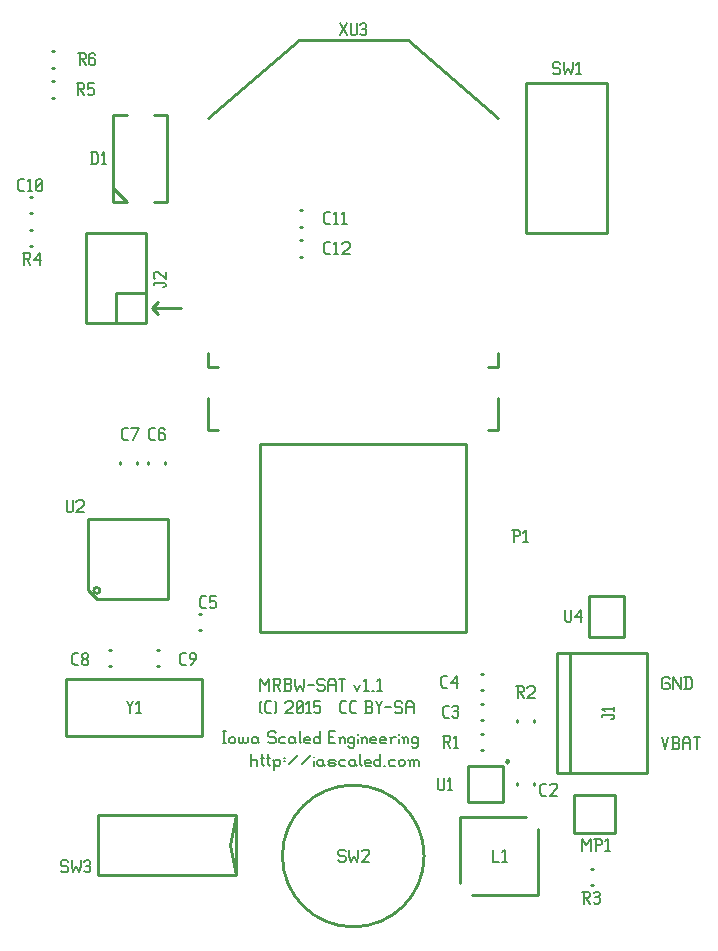
<source format=gbr>
G04 start of page 9 for group -4079 idx -4079 *
G04 Title: (unknown), topsilk *
G04 Creator: pcb 20110918 *
G04 CreationDate: Thu 09 Jul 2015 02:06:34 AM GMT UTC *
G04 For: petersen *
G04 Format: Gerber/RS-274X *
G04 PCB-Dimensions: 269500 307800 *
G04 PCB-Coordinate-Origin: lower left *
%MOIN*%
%FSLAX25Y25*%
%LNTOPSILK*%
%ADD95C,0.0080*%
%ADD94C,0.0100*%
G54D94*X68000Y207800D02*X77500D01*
X68000D02*X70000Y209800D01*
X68000Y207800D02*X70000Y205800D01*
G54D95*X238000Y64800D02*X239000Y60800D01*
X240000Y64800D01*
X241200Y60800D02*X243200D01*
X243700Y61300D01*
Y62500D02*Y61300D01*
X243200Y63000D02*X243700Y62500D01*
X241700Y63000D02*X243200D01*
X241700Y64800D02*Y60800D01*
X241200Y64800D02*X243200D01*
X243700Y64300D01*
Y63500D01*
X243200Y63000D02*X243700Y63500D01*
X244900Y63800D02*Y60800D01*
Y63800D02*X245600Y64800D01*
X246700D01*
X247400Y63800D01*
Y60800D01*
X244900Y62800D02*X247400D01*
X248600Y64800D02*X250600D01*
X249600D02*Y60800D01*
X240000Y84800D02*X240500Y84300D01*
X238500Y84800D02*X240000D01*
X238000Y84300D02*X238500Y84800D01*
X238000Y84300D02*Y81300D01*
X238500Y80800D01*
X240000D01*
X240500Y81300D01*
Y82300D02*Y81300D01*
X240000Y82800D02*X240500Y82300D01*
X239000Y82800D02*X240000D01*
X241700Y84800D02*Y80800D01*
Y84800D02*X244200Y80800D01*
Y84800D02*Y80800D01*
X245900Y84800D02*Y80800D01*
X247200Y84800D02*X247900Y84100D01*
Y81500D01*
X247200Y80800D02*X247900Y81500D01*
X245400Y80800D02*X247200D01*
X245400Y84800D02*X247200D01*
X104000Y84300D02*Y80300D01*
Y84300D02*X105500Y82300D01*
X107000Y84300D01*
Y80300D01*
X108200Y84300D02*X110200D01*
X110700Y83800D01*
Y82800D01*
X110200Y82300D02*X110700Y82800D01*
X108700Y82300D02*X110200D01*
X108700Y84300D02*Y80300D01*
X109500Y82300D02*X110700Y80300D01*
X111900D02*X113900D01*
X114400Y80800D01*
Y82000D02*Y80800D01*
X113900Y82500D02*X114400Y82000D01*
X112400Y82500D02*X113900D01*
X112400Y84300D02*Y80300D01*
X111900Y84300D02*X113900D01*
X114400Y83800D01*
Y83000D01*
X113900Y82500D02*X114400Y83000D01*
X115600Y84300D02*Y82300D01*
X116100Y80300D01*
X117100Y82300D01*
X118100Y80300D01*
X118600Y82300D01*
Y84300D02*Y82300D01*
X119800D02*X121800D01*
X125000Y84300D02*X125500Y83800D01*
X123500Y84300D02*X125000D01*
X123000Y83800D02*X123500Y84300D01*
X123000Y83800D02*Y82800D01*
X123500Y82300D01*
X125000D01*
X125500Y81800D01*
Y80800D01*
X125000Y80300D02*X125500Y80800D01*
X123500Y80300D02*X125000D01*
X123000Y80800D02*X123500Y80300D01*
X126700Y83300D02*Y80300D01*
Y83300D02*X127400Y84300D01*
X128500D01*
X129200Y83300D01*
Y80300D01*
X126700Y82300D02*X129200D01*
X130400Y84300D02*X132400D01*
X131400D02*Y80300D01*
X135400Y82300D02*X136400Y80300D01*
X137400Y82300D02*X136400Y80300D01*
X138600Y83500D02*X139400Y84300D01*
Y80300D01*
X138600D02*X140100D01*
X141300D02*X141800D01*
X143000Y83500D02*X143800Y84300D01*
Y80300D01*
X143000D02*X144500D01*
X91500Y66800D02*X92500D01*
X92000D02*Y62800D01*
X91500D02*X92500D01*
X93700Y64300D02*Y63300D01*
Y64300D02*X94200Y64800D01*
X95200D01*
X95700Y64300D01*
Y63300D01*
X95200Y62800D02*X95700Y63300D01*
X94200Y62800D02*X95200D01*
X93700Y63300D02*X94200Y62800D01*
X96900Y64800D02*Y63300D01*
X97400Y62800D01*
X97900D01*
X98400Y63300D01*
Y64800D02*Y63300D01*
X98900Y62800D01*
X99400D01*
X99900Y63300D01*
Y64800D02*Y63300D01*
X102600Y64800D02*X103100Y64300D01*
X101600Y64800D02*X102600D01*
X101100Y64300D02*X101600Y64800D01*
X101100Y64300D02*Y63300D01*
X101600Y62800D01*
X103100Y64800D02*Y63300D01*
X103600Y62800D01*
X101600D02*X102600D01*
X103100Y63300D01*
X108600Y66800D02*X109100Y66300D01*
X107100Y66800D02*X108600D01*
X106600Y66300D02*X107100Y66800D01*
X106600Y66300D02*Y65300D01*
X107100Y64800D01*
X108600D01*
X109100Y64300D01*
Y63300D01*
X108600Y62800D02*X109100Y63300D01*
X107100Y62800D02*X108600D01*
X106600Y63300D02*X107100Y62800D01*
X110800Y64800D02*X112300D01*
X110300Y64300D02*X110800Y64800D01*
X110300Y64300D02*Y63300D01*
X110800Y62800D01*
X112300D01*
X115000Y64800D02*X115500Y64300D01*
X114000Y64800D02*X115000D01*
X113500Y64300D02*X114000Y64800D01*
X113500Y64300D02*Y63300D01*
X114000Y62800D01*
X115500Y64800D02*Y63300D01*
X116000Y62800D01*
X114000D02*X115000D01*
X115500Y63300D01*
X117200Y66800D02*Y63300D01*
X117700Y62800D01*
X119200D02*X120700D01*
X118700Y63300D02*X119200Y62800D01*
X118700Y64300D02*Y63300D01*
Y64300D02*X119200Y64800D01*
X120200D01*
X120700Y64300D01*
X118700Y63800D02*X120700D01*
Y64300D02*Y63800D01*
X123900Y66800D02*Y62800D01*
X123400D02*X123900Y63300D01*
X122400Y62800D02*X123400D01*
X121900Y63300D02*X122400Y62800D01*
X121900Y64300D02*Y63300D01*
Y64300D02*X122400Y64800D01*
X123400D01*
X123900Y64300D01*
X126900Y65000D02*X128400D01*
X126900Y62800D02*X128900D01*
X126900Y66800D02*Y62800D01*
Y66800D02*X128900D01*
X130600Y64300D02*Y62800D01*
Y64300D02*X131100Y64800D01*
X131600D01*
X132100Y64300D01*
Y62800D01*
X130100Y64800D02*X130600Y64300D01*
X134800Y64800D02*X135300Y64300D01*
X133800Y64800D02*X134800D01*
X133300Y64300D02*X133800Y64800D01*
X133300Y64300D02*Y63300D01*
X133800Y62800D01*
X134800D01*
X135300Y63300D01*
X133300Y61800D02*X133800Y61300D01*
X134800D01*
X135300Y61800D01*
Y64800D02*Y61800D01*
X136500Y65800D02*Y65700D01*
Y64300D02*Y62800D01*
X138000Y64300D02*Y62800D01*
Y64300D02*X138500Y64800D01*
X139000D01*
X139500Y64300D01*
Y62800D01*
X137500Y64800D02*X138000Y64300D01*
X141200Y62800D02*X142700D01*
X140700Y63300D02*X141200Y62800D01*
X140700Y64300D02*Y63300D01*
Y64300D02*X141200Y64800D01*
X142200D01*
X142700Y64300D01*
X140700Y63800D02*X142700D01*
Y64300D02*Y63800D01*
X144400Y62800D02*X145900D01*
X143900Y63300D02*X144400Y62800D01*
X143900Y64300D02*Y63300D01*
Y64300D02*X144400Y64800D01*
X145400D01*
X145900Y64300D01*
X143900Y63800D02*X145900D01*
Y64300D02*Y63800D01*
X147600Y64300D02*Y62800D01*
Y64300D02*X148100Y64800D01*
X149100D01*
X147100D02*X147600Y64300D01*
X150300Y65800D02*Y65700D01*
Y64300D02*Y62800D01*
X151800Y64300D02*Y62800D01*
Y64300D02*X152300Y64800D01*
X152800D01*
X153300Y64300D01*
Y62800D01*
X151300Y64800D02*X151800Y64300D01*
X156000Y64800D02*X156500Y64300D01*
X155000Y64800D02*X156000D01*
X154500Y64300D02*X155000Y64800D01*
X154500Y64300D02*Y63300D01*
X155000Y62800D01*
X156000D01*
X156500Y63300D01*
X154500Y61800D02*X155000Y61300D01*
X156000D01*
X156500Y61800D01*
Y64800D02*Y61800D01*
X104000Y73300D02*X104500Y72800D01*
X104000Y76300D02*X104500Y76800D01*
X104000Y76300D02*Y73300D01*
X106400Y72800D02*X107700D01*
X105700Y73500D02*X106400Y72800D01*
X105700Y76100D02*Y73500D01*
Y76100D02*X106400Y76800D01*
X107700D01*
X108900D02*X109400Y76300D01*
Y73300D01*
X108900Y72800D02*X109400Y73300D01*
X112400Y76300D02*X112900Y76800D01*
X114400D01*
X114900Y76300D01*
Y75300D01*
X112400Y72800D02*X114900Y75300D01*
X112400Y72800D02*X114900D01*
X116100Y73300D02*X116600Y72800D01*
X116100Y76300D02*Y73300D01*
Y76300D02*X116600Y76800D01*
X117600D01*
X118100Y76300D01*
Y73300D01*
X117600Y72800D02*X118100Y73300D01*
X116600Y72800D02*X117600D01*
X116100Y73800D02*X118100Y75800D01*
X119300Y76000D02*X120100Y76800D01*
Y72800D01*
X119300D02*X120800D01*
X122000Y76800D02*X124000D01*
X122000D02*Y74800D01*
X122500Y75300D01*
X123500D01*
X124000Y74800D01*
Y73300D01*
X123500Y72800D02*X124000Y73300D01*
X122500Y72800D02*X123500D01*
X122000Y73300D02*X122500Y72800D01*
X131300D02*X132600D01*
X130600Y73500D02*X131300Y72800D01*
X130600Y76100D02*Y73500D01*
Y76100D02*X131300Y76800D01*
X132600D01*
X134500Y72800D02*X135800D01*
X133800Y73500D02*X134500Y72800D01*
X133800Y76100D02*Y73500D01*
Y76100D02*X134500Y76800D01*
X135800D01*
X138800Y72800D02*X140800D01*
X141300Y73300D01*
Y74500D02*Y73300D01*
X140800Y75000D02*X141300Y74500D01*
X139300Y75000D02*X140800D01*
X139300Y76800D02*Y72800D01*
X138800Y76800D02*X140800D01*
X141300Y76300D01*
Y75500D01*
X140800Y75000D02*X141300Y75500D01*
X142500Y76800D02*X143500Y74800D01*
X144500Y76800D01*
X143500Y74800D02*Y72800D01*
X145700Y74800D02*X147700D01*
X150900Y76800D02*X151400Y76300D01*
X149400Y76800D02*X150900D01*
X148900Y76300D02*X149400Y76800D01*
X148900Y76300D02*Y75300D01*
X149400Y74800D01*
X150900D01*
X151400Y74300D01*
Y73300D01*
X150900Y72800D02*X151400Y73300D01*
X149400Y72800D02*X150900D01*
X148900Y73300D02*X149400Y72800D01*
X152600Y75800D02*Y72800D01*
Y75800D02*X153300Y76800D01*
X154400D01*
X155100Y75800D01*
Y72800D01*
X152600Y74800D02*X155100D01*
X101000Y59300D02*Y55300D01*
Y56800D02*X101500Y57300D01*
X102500D01*
X103000Y56800D01*
Y55300D01*
X104700Y59300D02*Y55800D01*
X105200Y55300D01*
X104200Y57800D02*X105200D01*
X106700Y59300D02*Y55800D01*
X107200Y55300D01*
X106200Y57800D02*X107200D01*
X108700Y56800D02*Y53800D01*
X108200Y57300D02*X108700Y56800D01*
X109200Y57300D01*
X110200D01*
X110700Y56800D01*
Y55800D01*
X110200Y55300D02*X110700Y55800D01*
X109200Y55300D02*X110200D01*
X108700Y55800D02*X109200Y55300D01*
X111900Y57800D02*X112400D01*
X111900Y56800D02*X112400D01*
X113600Y55800D02*X116600Y58800D01*
X117800Y55800D02*X120800Y58800D01*
X122000Y58300D02*Y58200D01*
Y56800D02*Y55300D01*
X124500Y57300D02*X125000Y56800D01*
X123500Y57300D02*X124500D01*
X123000Y56800D02*X123500Y57300D01*
X123000Y56800D02*Y55800D01*
X123500Y55300D01*
X125000Y57300D02*Y55800D01*
X125500Y55300D01*
X123500D02*X124500D01*
X125000Y55800D01*
X127200Y55300D02*X128700D01*
X129200Y55800D01*
X128700Y56300D02*X129200Y55800D01*
X127200Y56300D02*X128700D01*
X126700Y56800D02*X127200Y56300D01*
X126700Y56800D02*X127200Y57300D01*
X128700D01*
X129200Y56800D01*
X126700Y55800D02*X127200Y55300D01*
X130900Y57300D02*X132400D01*
X130400Y56800D02*X130900Y57300D01*
X130400Y56800D02*Y55800D01*
X130900Y55300D01*
X132400D01*
X135100Y57300D02*X135600Y56800D01*
X134100Y57300D02*X135100D01*
X133600Y56800D02*X134100Y57300D01*
X133600Y56800D02*Y55800D01*
X134100Y55300D01*
X135600Y57300D02*Y55800D01*
X136100Y55300D01*
X134100D02*X135100D01*
X135600Y55800D01*
X137300Y59300D02*Y55800D01*
X137800Y55300D01*
X139300D02*X140800D01*
X138800Y55800D02*X139300Y55300D01*
X138800Y56800D02*Y55800D01*
Y56800D02*X139300Y57300D01*
X140300D01*
X140800Y56800D01*
X138800Y56300D02*X140800D01*
Y56800D02*Y56300D01*
X144000Y59300D02*Y55300D01*
X143500D02*X144000Y55800D01*
X142500Y55300D02*X143500D01*
X142000Y55800D02*X142500Y55300D01*
X142000Y56800D02*Y55800D01*
Y56800D02*X142500Y57300D01*
X143500D01*
X144000Y56800D01*
X145200Y55300D02*X145700D01*
X147400Y57300D02*X148900D01*
X146900Y56800D02*X147400Y57300D01*
X146900Y56800D02*Y55800D01*
X147400Y55300D01*
X148900D01*
X150100Y56800D02*Y55800D01*
Y56800D02*X150600Y57300D01*
X151600D01*
X152100Y56800D01*
Y55800D01*
X151600Y55300D02*X152100Y55800D01*
X150600Y55300D02*X151600D01*
X150100Y55800D02*X150600Y55300D01*
X153800Y56800D02*Y55300D01*
Y56800D02*X154300Y57300D01*
X154800D01*
X155300Y56800D01*
Y55300D01*
Y56800D02*X155800Y57300D01*
X156300D01*
X156800Y56800D01*
Y55300D01*
X153300Y57300D02*X153800Y56800D01*
G54D94*X66000Y232800D02*Y202800D01*
X46000Y232800D02*X66000D01*
X46000D02*Y202800D01*
X66000D01*
X56000Y212800D02*X66000D01*
X56000D02*Y202800D01*
X117107Y235045D02*X117893D01*
X117107Y240555D02*X117893D01*
X117107Y225045D02*X117893D01*
X117107Y230555D02*X117893D01*
X27107Y234055D02*X27893D01*
X27107Y228545D02*X27893D01*
X103750Y162550D02*Y100050D01*
Y162550D02*X172500D01*
Y100050D01*
X103750D02*X172500D01*
X46621Y137679D02*Y113821D01*
Y137679D02*X73379D01*
Y110921D01*
X49521D02*X73379D01*
X49521D02*X46621Y113821D01*
X49521Y112821D02*G75*G03X49521Y112821I0J1000D01*G01*
X83607Y106055D02*X84393D01*
X83607Y100545D02*X84393D01*
X50000Y38800D02*Y18800D01*
X96000D01*
X50000Y38800D02*X96000D01*
Y18800D01*
X94000Y28800D01*
X96000Y38800D02*X94000Y28800D01*
X39362Y84150D02*X84638D01*
Y65450D01*
X39362D01*
Y84150D01*
X111378Y25300D02*G75*G03X111378Y25300I23622J0D01*G01*
X73000Y272300D02*Y243300D01*
X55000Y272300D02*Y243300D01*
Y272300D02*X59500D01*
X68500D02*X73000D01*
X55000Y243300D02*X59500D01*
X68500D02*X73000D01*
X55000Y247800D02*X59500Y243300D01*
X66745Y156693D02*Y155907D01*
X72255Y156693D02*Y155907D01*
X57245Y156693D02*Y155907D01*
X62755Y156693D02*Y155907D01*
X69607Y88545D02*X70393D01*
X69607Y94055D02*X70393D01*
X53607D02*X54393D01*
X53607Y88545D02*X54393D01*
X86693Y192800D02*Y188450D01*
X183307Y192800D02*Y188450D01*
X86693D02*X90000D01*
X180000D02*X183307D01*
X86693Y271442D02*X116890Y297151D01*
X183307Y271442D02*X153110Y297151D01*
X116890D02*X153110D01*
X86693Y167450D02*X90000D01*
X86693Y177800D02*Y167450D01*
X180000D02*X183307D01*
Y177800D02*Y167450D01*
X192500Y282800D02*X219500D01*
Y232800D01*
X192500D01*
Y282800D01*
X34607Y293555D02*X35393D01*
X34607Y288045D02*X35393D01*
X34607Y283555D02*X35393D01*
X34607Y278045D02*X35393D01*
X27107Y245055D02*X27893D01*
X27107Y239545D02*X27893D01*
X213600Y112100D02*Y98200D01*
X225400D01*
Y112100D01*
X213600D01*
X232800Y92800D02*Y52800D01*
X202800Y92800D02*Y52800D01*
X207200Y92800D02*Y52800D01*
X202800D02*X232800D01*
X202800Y92800D02*X232800D01*
X208443Y45643D02*X222343D01*
X208443D02*Y32843D01*
X222343D01*
Y45643D02*Y32843D01*
X177607Y86055D02*X178393D01*
X177607Y80545D02*X178393D01*
X177607Y76055D02*X178393D01*
X177607Y70545D02*X178393D01*
X189745Y70693D02*Y69907D01*
X195255Y70693D02*Y69907D01*
X214107Y15545D02*X214893D01*
X214107Y21055D02*X214893D01*
X177607Y60545D02*X178393D01*
X177607Y66055D02*X178393D01*
X184906Y55206D02*Y43394D01*
X173094D02*X184906D01*
X173094Y55206D02*Y43394D01*
Y55206D02*X184906D01*
X186406Y57206D02*G75*G03X186406Y57206I0J-500D01*G01*
X189745Y49693D02*Y48907D01*
X195255Y49693D02*Y48907D01*
X196500Y34300D02*Y12300D01*
X174500D02*X196500D01*
X170500Y38300D02*Y16300D01*
Y38300D02*X192500D01*
G54D95*X68500Y216300D02*Y215500D01*
Y216300D02*X72000D01*
X72500Y215800D02*X72000Y216300D01*
X72500Y215800D02*Y215300D01*
X72000Y214800D02*X72500Y215300D01*
X71500Y214800D02*X72000D01*
X69000Y217500D02*X68500Y218000D01*
Y219500D02*Y218000D01*
Y219500D02*X69000Y220000D01*
X70000D01*
X72500Y217500D02*X70000Y220000D01*
X72500D02*Y217500D01*
X126050Y235950D02*X127350D01*
X125350Y236650D02*X126050Y235950D01*
X125350Y239250D02*Y236650D01*
Y239250D02*X126050Y239950D01*
X127350D01*
X128550Y239150D02*X129350Y239950D01*
Y235950D01*
X128550D02*X130050D01*
X131250Y239150D02*X132050Y239950D01*
Y235950D01*
X131250D02*X132750D01*
X126050Y225950D02*X127350D01*
X125350Y226650D02*X126050Y225950D01*
X125350Y229250D02*Y226650D01*
Y229250D02*X126050Y229950D01*
X127350D01*
X128550Y229150D02*X129350Y229950D01*
Y225950D01*
X128550D02*X130050D01*
X131250Y229450D02*X131750Y229950D01*
X133250D01*
X133750Y229450D01*
Y228450D01*
X131250Y225950D02*X133750Y228450D01*
X131250Y225950D02*X133750D01*
X24850Y226450D02*X26850D01*
X27350Y225950D01*
Y224950D01*
X26850Y224450D02*X27350Y224950D01*
X25350Y224450D02*X26850D01*
X25350Y226450D02*Y222450D01*
X26150Y224450D02*X27350Y222450D01*
X28550Y223950D02*X30550Y226450D01*
X28550Y223950D02*X31050D01*
X30550Y226450D02*Y222450D01*
X188500Y133800D02*Y129800D01*
X188000Y133800D02*X190000D01*
X190500Y133300D01*
Y132300D01*
X190000Y131800D02*X190500Y132300D01*
X188500Y131800D02*X190000D01*
X191700Y133000D02*X192500Y133800D01*
Y129800D01*
X191700D02*X193200D01*
X48000Y259800D02*Y255800D01*
X49300Y259800D02*X50000Y259100D01*
Y256500D01*
X49300Y255800D02*X50000Y256500D01*
X47500Y255800D02*X49300D01*
X47500Y259800D02*X49300D01*
X51200Y259000D02*X52000Y259800D01*
Y255800D01*
X51200D02*X52700D01*
X67636Y163950D02*X68936D01*
X66936Y164650D02*X67636Y163950D01*
X66936Y167250D02*Y164650D01*
Y167250D02*X67636Y167950D01*
X68936D01*
X71636D02*X72136Y167450D01*
X70636Y167950D02*X71636D01*
X70136Y167450D02*X70636Y167950D01*
X70136Y167450D02*Y164450D01*
X70636Y163950D01*
X71636Y166150D02*X72136Y165650D01*
X70136Y166150D02*X71636D01*
X70636Y163950D02*X71636D01*
X72136Y164450D01*
Y165650D02*Y164450D01*
X58550Y163950D02*X59850D01*
X57850Y164650D02*X58550Y163950D01*
X57850Y167250D02*Y164650D01*
Y167250D02*X58550Y167950D01*
X59850D01*
X61550Y163950D02*X63550Y167950D01*
X61050D02*X63550D01*
X39500Y143800D02*Y140300D01*
X40000Y139800D01*
X41000D01*
X41500Y140300D01*
Y143800D02*Y140300D01*
X42700Y143300D02*X43200Y143800D01*
X44700D01*
X45200Y143300D01*
Y142300D01*
X42700Y139800D02*X45200Y142300D01*
X42700Y139800D02*X45200D01*
X130500Y298800D02*X133000Y302800D01*
X130500D02*X133000Y298800D01*
X134200Y302800D02*Y299300D01*
X134700Y298800D01*
X135700D01*
X136200Y299300D01*
Y302800D02*Y299300D01*
X137400Y302300D02*X137900Y302800D01*
X138900D01*
X139400Y302300D01*
X138900Y298800D02*X139400Y299300D01*
X137900Y298800D02*X138900D01*
X137400Y299300D02*X137900Y298800D01*
Y301000D02*X138900D01*
X139400Y302300D02*Y301500D01*
Y300500D02*Y299300D01*
Y300500D02*X138900Y301000D01*
X139400Y301500D02*X138900Y301000D01*
X203500Y289800D02*X204000Y289300D01*
X202000Y289800D02*X203500D01*
X201500Y289300D02*X202000Y289800D01*
X201500Y289300D02*Y288300D01*
X202000Y287800D01*
X203500D01*
X204000Y287300D01*
Y286300D01*
X203500Y285800D02*X204000Y286300D01*
X202000Y285800D02*X203500D01*
X201500Y286300D02*X202000Y285800D01*
X205200Y289800D02*Y287800D01*
X205700Y285800D01*
X206700Y287800D01*
X207700Y285800D01*
X208200Y287800D01*
Y289800D02*Y287800D01*
X209400Y289000D02*X210200Y289800D01*
Y285800D01*
X209400D02*X210900D01*
X43350Y292950D02*X45350D01*
X45850Y292450D01*
Y291450D01*
X45350Y290950D02*X45850Y291450D01*
X43850Y290950D02*X45350D01*
X43850Y292950D02*Y288950D01*
X44650Y290950D02*X45850Y288950D01*
X48550Y292950D02*X49050Y292450D01*
X47550Y292950D02*X48550D01*
X47050Y292450D02*X47550Y292950D01*
X47050Y292450D02*Y289450D01*
X47550Y288950D01*
X48550Y291150D02*X49050Y290650D01*
X47050Y291150D02*X48550D01*
X47550Y288950D02*X48550D01*
X49050Y289450D01*
Y290650D02*Y289450D01*
X42764Y282950D02*X44764D01*
X45264Y282450D01*
Y281450D01*
X44764Y280950D02*X45264Y281450D01*
X43264Y280950D02*X44764D01*
X43264Y282950D02*Y278950D01*
X44064Y280950D02*X45264Y278950D01*
X46464Y282950D02*X48464D01*
X46464D02*Y280950D01*
X46964Y281450D01*
X47964D01*
X48464Y280950D01*
Y279450D01*
X47964Y278950D02*X48464Y279450D01*
X46964Y278950D02*X47964D01*
X46464Y279450D02*X46964Y278950D01*
X24050Y246950D02*X25350D01*
X23350Y247650D02*X24050Y246950D01*
X23350Y250250D02*Y247650D01*
Y250250D02*X24050Y250950D01*
X25350D01*
X26550Y250150D02*X27350Y250950D01*
Y246950D01*
X26550D02*X28050D01*
X29250Y247450D02*X29750Y246950D01*
X29250Y250450D02*Y247450D01*
Y250450D02*X29750Y250950D01*
X30750D01*
X31250Y250450D01*
Y247450D01*
X30750Y246950D02*X31250Y247450D01*
X29750Y246950D02*X30750D01*
X29250Y247950D02*X31250Y249950D01*
X39500Y23800D02*X40000Y23300D01*
X38000Y23800D02*X39500D01*
X37500Y23300D02*X38000Y23800D01*
X37500Y23300D02*Y22300D01*
X38000Y21800D01*
X39500D01*
X40000Y21300D01*
Y20300D01*
X39500Y19800D02*X40000Y20300D01*
X38000Y19800D02*X39500D01*
X37500Y20300D02*X38000Y19800D01*
X41200Y23800D02*Y21800D01*
X41700Y19800D01*
X42700Y21800D01*
X43700Y19800D01*
X44200Y21800D01*
Y23800D02*Y21800D01*
X45400Y23300D02*X45900Y23800D01*
X46900D01*
X47400Y23300D01*
X46900Y19800D02*X47400Y20300D01*
X45900Y19800D02*X46900D01*
X45400Y20300D02*X45900Y19800D01*
Y22000D02*X46900D01*
X47400Y23300D02*Y22500D01*
Y21500D02*Y20300D01*
Y21500D02*X46900Y22000D01*
X47400Y22500D02*X46900Y22000D01*
X59500Y76800D02*X60500Y74800D01*
X61500Y76800D01*
X60500Y74800D02*Y72800D01*
X62700Y76000D02*X63500Y76800D01*
Y72800D01*
X62700D02*X64200D01*
X78050Y88950D02*X79350D01*
X77350Y89650D02*X78050Y88950D01*
X77350Y92250D02*Y89650D01*
Y92250D02*X78050Y92950D01*
X79350D01*
X81050Y88950D02*X82550Y90950D01*
Y92450D02*Y90950D01*
X82050Y92950D02*X82550Y92450D01*
X81050Y92950D02*X82050D01*
X80550Y92450D02*X81050Y92950D01*
X80550Y92450D02*Y91450D01*
X81050Y90950D01*
X82550D01*
X42093Y88950D02*X43393D01*
X41393Y89650D02*X42093Y88950D01*
X41393Y92250D02*Y89650D01*
Y92250D02*X42093Y92950D01*
X43393D01*
X44593Y89450D02*X45093Y88950D01*
X44593Y90250D02*Y89450D01*
Y90250D02*X45293Y90950D01*
X45893D01*
X46593Y90250D01*
Y89450D01*
X46093Y88950D02*X46593Y89450D01*
X45093Y88950D02*X46093D01*
X44593Y91650D02*X45293Y90950D01*
X44593Y92450D02*Y91650D01*
Y92450D02*X45093Y92950D01*
X46093D01*
X46593Y92450D01*
Y91650D01*
X45893Y90950D02*X46593Y91650D01*
X205700Y107400D02*Y103900D01*
X206200Y103400D01*
X207200D01*
X207700Y103900D01*
Y107400D02*Y103900D01*
X208900Y104900D02*X210900Y107400D01*
X208900Y104900D02*X211400D01*
X210900Y107400D02*Y103400D01*
X84700Y107800D02*X86000D01*
X84000Y108500D02*X84700Y107800D01*
X84000Y111100D02*Y108500D01*
Y111100D02*X84700Y111800D01*
X86000D01*
X87200D02*X89200D01*
X87200D02*Y109800D01*
X87700Y110300D01*
X88700D01*
X89200Y109800D01*
Y108300D01*
X88700Y107800D02*X89200Y108300D01*
X87700Y107800D02*X88700D01*
X87200Y108300D02*X87700Y107800D01*
X218000Y72300D02*Y71500D01*
Y72300D02*X221500D01*
X222000Y71800D02*X221500Y72300D01*
X222000Y71800D02*Y71300D01*
X221500Y70800D02*X222000Y71300D01*
X221000Y70800D02*X221500D01*
X218800Y73500D02*X218000Y74300D01*
X222000D01*
Y75000D02*Y73500D01*
X164850Y65450D02*X166850D01*
X167350Y64950D01*
Y63950D01*
X166850Y63450D02*X167350Y63950D01*
X165350Y63450D02*X166850D01*
X165350Y65450D02*Y61450D01*
X166150Y63450D02*X167350Y61450D01*
X168550Y64650D02*X169350Y65450D01*
Y61450D01*
X168550D02*X170050D01*
X165050Y81450D02*X166350D01*
X164350Y82150D02*X165050Y81450D01*
X164350Y84750D02*Y82150D01*
Y84750D02*X165050Y85450D01*
X166350D01*
X167550Y82950D02*X169550Y85450D01*
X167550Y82950D02*X170050D01*
X169550Y85450D02*Y81450D01*
X165550Y71450D02*X166850D01*
X164850Y72150D02*X165550Y71450D01*
X164850Y74750D02*Y72150D01*
Y74750D02*X165550Y75450D01*
X166850D01*
X168050Y74950D02*X168550Y75450D01*
X169550D01*
X170050Y74950D01*
X169550Y71450D02*X170050Y71950D01*
X168550Y71450D02*X169550D01*
X168050Y71950D02*X168550Y71450D01*
Y73650D02*X169550D01*
X170050Y74950D02*Y74150D01*
Y73150D02*Y71950D01*
Y73150D02*X169550Y73650D01*
X170050Y74150D02*X169550Y73650D01*
X189350Y81950D02*X191350D01*
X191850Y81450D01*
Y80450D01*
X191350Y79950D02*X191850Y80450D01*
X189850Y79950D02*X191350D01*
X189850Y81950D02*Y77950D01*
X190650Y79950D02*X191850Y77950D01*
X193050Y81450D02*X193550Y81950D01*
X195050D01*
X195550Y81450D01*
Y80450D01*
X193050Y77950D02*X195550Y80450D01*
X193050Y77950D02*X195550D01*
X163358Y51253D02*Y47753D01*
X163858Y47253D01*
X164858D01*
X165358Y47753D01*
Y51253D02*Y47753D01*
X166558Y50453D02*X167358Y51253D01*
Y47253D01*
X166558D02*X168058D01*
X198050Y45450D02*X199350D01*
X197350Y46150D02*X198050Y45450D01*
X197350Y48750D02*Y46150D01*
Y48750D02*X198050Y49450D01*
X199350D01*
X200550Y48950D02*X201050Y49450D01*
X202550D01*
X203050Y48950D01*
Y47950D01*
X200550Y45450D02*X203050Y47950D01*
X200550Y45450D02*X203050D01*
X211393Y13450D02*X213393D01*
X213893Y12950D01*
Y11950D01*
X213393Y11450D02*X213893Y11950D01*
X211893Y11450D02*X213393D01*
X211893Y13450D02*Y9450D01*
X212693Y11450D02*X213893Y9450D01*
X215093Y12950D02*X215593Y13450D01*
X216593D01*
X217093Y12950D01*
X216593Y9450D02*X217093Y9950D01*
X215593Y9450D02*X216593D01*
X215093Y9950D02*X215593Y9450D01*
Y11650D02*X216593D01*
X217093Y12950D02*Y12150D01*
Y11150D02*Y9950D01*
Y11150D02*X216593Y11650D01*
X217093Y12150D02*X216593Y11650D01*
X211157Y30957D02*Y26957D01*
Y30957D02*X212657Y28957D01*
X214157Y30957D01*
Y26957D01*
X215857Y30957D02*Y26957D01*
X215357Y30957D02*X217357D01*
X217857Y30457D01*
Y29457D01*
X217357Y28957D02*X217857Y29457D01*
X215857Y28957D02*X217357D01*
X219057Y30157D02*X219857Y30957D01*
Y26957D01*
X219057D02*X220557D01*
X132000Y27300D02*X132500Y26800D01*
X130500Y27300D02*X132000D01*
X130000Y26800D02*X130500Y27300D01*
X130000Y26800D02*Y25800D01*
X130500Y25300D01*
X132000D01*
X132500Y24800D01*
Y23800D01*
X132000Y23300D02*X132500Y23800D01*
X130500Y23300D02*X132000D01*
X130000Y23800D02*X130500Y23300D01*
X133700Y27300D02*Y25300D01*
X134200Y23300D01*
X135200Y25300D01*
X136200Y23300D01*
X136700Y25300D01*
Y27300D02*Y25300D01*
X137900Y26800D02*X138400Y27300D01*
X139900D01*
X140400Y26800D01*
Y25800D01*
X137900Y23300D02*X140400Y25800D01*
X137900Y23300D02*X140400D01*
X181500Y27300D02*Y23300D01*
X183500D01*
X184700Y26500D02*X185500Y27300D01*
Y23300D01*
X184700D02*X186200D01*
M02*

</source>
